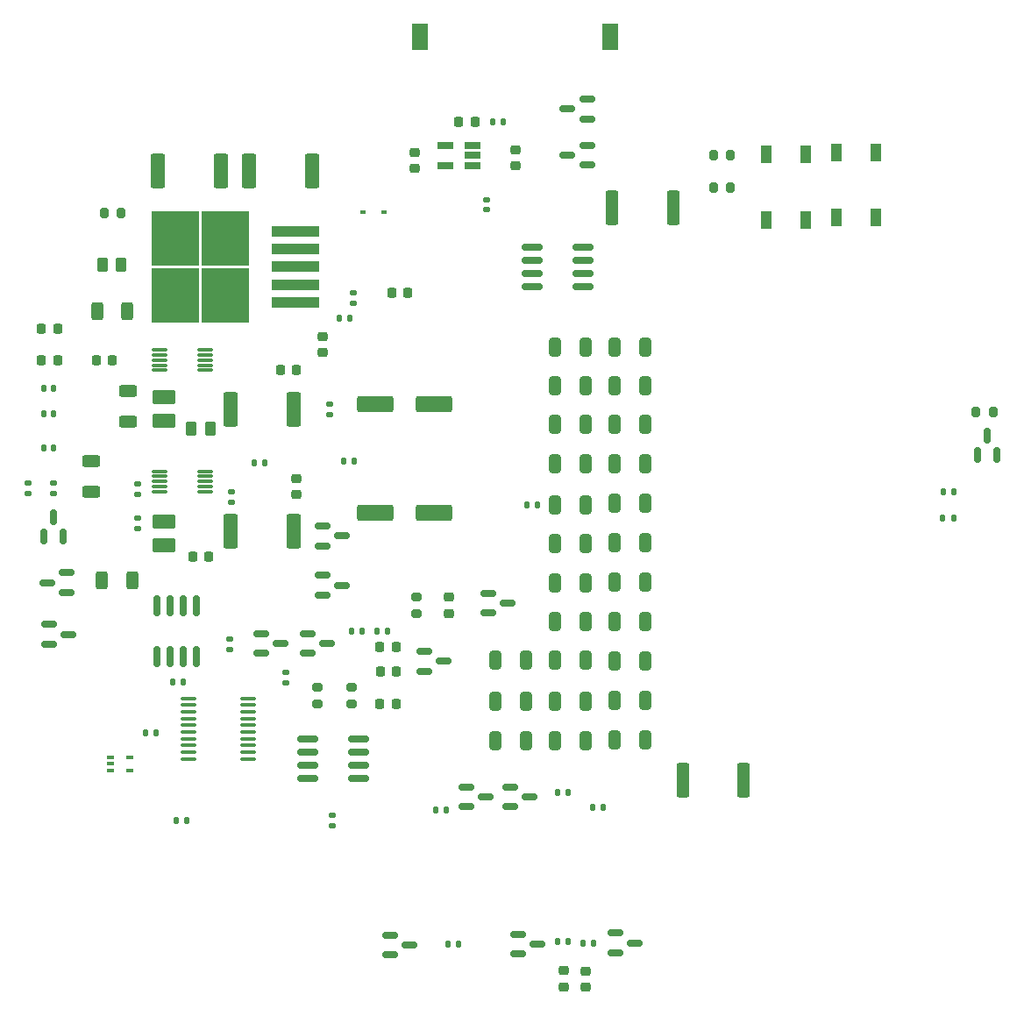
<source format=gbr>
%TF.GenerationSoftware,KiCad,Pcbnew,(6.0.7-1)-1*%
%TF.CreationDate,2022-09-29T15:21:57+02:00*%
%TF.ProjectId,Power_Management_Module,506f7765-725f-44d6-916e-6167656d656e,rev?*%
%TF.SameCoordinates,Original*%
%TF.FileFunction,Paste,Top*%
%TF.FilePolarity,Positive*%
%FSLAX46Y46*%
G04 Gerber Fmt 4.6, Leading zero omitted, Abs format (unit mm)*
G04 Created by KiCad (PCBNEW (6.0.7-1)-1) date 2022-09-29 15:21:57*
%MOMM*%
%LPD*%
G01*
G04 APERTURE LIST*
G04 Aperture macros list*
%AMRoundRect*
0 Rectangle with rounded corners*
0 $1 Rounding radius*
0 $2 $3 $4 $5 $6 $7 $8 $9 X,Y pos of 4 corners*
0 Add a 4 corners polygon primitive as box body*
4,1,4,$2,$3,$4,$5,$6,$7,$8,$9,$2,$3,0*
0 Add four circle primitives for the rounded corners*
1,1,$1+$1,$2,$3*
1,1,$1+$1,$4,$5*
1,1,$1+$1,$6,$7*
1,1,$1+$1,$8,$9*
0 Add four rect primitives between the rounded corners*
20,1,$1+$1,$2,$3,$4,$5,0*
20,1,$1+$1,$4,$5,$6,$7,0*
20,1,$1+$1,$6,$7,$8,$9,0*
20,1,$1+$1,$8,$9,$2,$3,0*%
G04 Aperture macros list end*
%ADD10RoundRect,0.250000X0.325000X0.650000X-0.325000X0.650000X-0.325000X-0.650000X0.325000X-0.650000X0*%
%ADD11RoundRect,0.250000X-0.262500X-0.450000X0.262500X-0.450000X0.262500X0.450000X-0.262500X0.450000X0*%
%ADD12RoundRect,0.135000X0.135000X0.185000X-0.135000X0.185000X-0.135000X-0.185000X0.135000X-0.185000X0*%
%ADD13RoundRect,0.250001X-0.849999X0.462499X-0.849999X-0.462499X0.849999X-0.462499X0.849999X0.462499X0*%
%ADD14RoundRect,0.225000X0.250000X-0.225000X0.250000X0.225000X-0.250000X0.225000X-0.250000X-0.225000X0*%
%ADD15RoundRect,0.225000X-0.225000X-0.250000X0.225000X-0.250000X0.225000X0.250000X-0.225000X0.250000X0*%
%ADD16RoundRect,0.135000X0.185000X-0.135000X0.185000X0.135000X-0.185000X0.135000X-0.185000X-0.135000X0*%
%ADD17RoundRect,0.135000X-0.135000X-0.185000X0.135000X-0.185000X0.135000X0.185000X-0.135000X0.185000X0*%
%ADD18R,1.500000X2.500000*%
%ADD19RoundRect,0.135000X-0.185000X0.135000X-0.185000X-0.135000X0.185000X-0.135000X0.185000X0.135000X0*%
%ADD20RoundRect,0.250000X-0.312500X-0.625000X0.312500X-0.625000X0.312500X0.625000X-0.312500X0.625000X0*%
%ADD21RoundRect,0.150000X-0.825000X-0.150000X0.825000X-0.150000X0.825000X0.150000X-0.825000X0.150000X0*%
%ADD22RoundRect,0.249999X-0.450001X-1.425001X0.450001X-1.425001X0.450001X1.425001X-0.450001X1.425001X0*%
%ADD23RoundRect,0.200000X-0.275000X0.200000X-0.275000X-0.200000X0.275000X-0.200000X0.275000X0.200000X0*%
%ADD24RoundRect,0.150000X-0.150000X0.825000X-0.150000X-0.825000X0.150000X-0.825000X0.150000X0.825000X0*%
%ADD25RoundRect,0.225000X0.225000X0.250000X-0.225000X0.250000X-0.225000X-0.250000X0.225000X-0.250000X0*%
%ADD26R,1.000000X1.700000*%
%ADD27R,1.560000X0.650000*%
%ADD28RoundRect,0.100000X0.637500X0.100000X-0.637500X0.100000X-0.637500X-0.100000X0.637500X-0.100000X0*%
%ADD29RoundRect,0.150000X0.150000X-0.587500X0.150000X0.587500X-0.150000X0.587500X-0.150000X-0.587500X0*%
%ADD30RoundRect,0.150000X-0.587500X-0.150000X0.587500X-0.150000X0.587500X0.150000X-0.587500X0.150000X0*%
%ADD31RoundRect,0.075000X-0.650000X-0.075000X0.650000X-0.075000X0.650000X0.075000X-0.650000X0.075000X0*%
%ADD32R,0.650000X0.400000*%
%ADD33RoundRect,0.218750X0.218750X0.256250X-0.218750X0.256250X-0.218750X-0.256250X0.218750X-0.256250X0*%
%ADD34RoundRect,0.250000X-1.500000X-0.550000X1.500000X-0.550000X1.500000X0.550000X-1.500000X0.550000X0*%
%ADD35RoundRect,0.200000X-0.200000X-0.275000X0.200000X-0.275000X0.200000X0.275000X-0.200000X0.275000X0*%
%ADD36RoundRect,0.250000X-0.362500X-1.425000X0.362500X-1.425000X0.362500X1.425000X-0.362500X1.425000X0*%
%ADD37RoundRect,0.200000X0.275000X-0.200000X0.275000X0.200000X-0.275000X0.200000X-0.275000X-0.200000X0*%
%ADD38RoundRect,0.150000X0.825000X0.150000X-0.825000X0.150000X-0.825000X-0.150000X0.825000X-0.150000X0*%
%ADD39R,0.600000X0.450000*%
%ADD40RoundRect,0.218750X0.256250X-0.218750X0.256250X0.218750X-0.256250X0.218750X-0.256250X-0.218750X0*%
%ADD41RoundRect,0.250000X-0.325000X-0.650000X0.325000X-0.650000X0.325000X0.650000X-0.325000X0.650000X0*%
%ADD42RoundRect,0.140000X-0.140000X-0.170000X0.140000X-0.170000X0.140000X0.170000X-0.140000X0.170000X0*%
%ADD43RoundRect,0.150000X0.587500X0.150000X-0.587500X0.150000X-0.587500X-0.150000X0.587500X-0.150000X0*%
%ADD44RoundRect,0.140000X0.170000X-0.140000X0.170000X0.140000X-0.170000X0.140000X-0.170000X-0.140000X0*%
%ADD45R,4.550000X5.250000*%
%ADD46R,4.600000X1.100000*%
%ADD47RoundRect,0.249999X0.450001X1.425001X-0.450001X1.425001X-0.450001X-1.425001X0.450001X-1.425001X0*%
%ADD48RoundRect,0.250000X0.625000X-0.312500X0.625000X0.312500X-0.625000X0.312500X-0.625000X-0.312500X0*%
%ADD49RoundRect,0.200000X0.200000X0.275000X-0.200000X0.275000X-0.200000X-0.275000X0.200000X-0.275000X0*%
G04 APERTURE END LIST*
D10*
%TO.C,C18*%
X160780000Y-112470000D03*
X157830000Y-112470000D03*
%TD*%
D11*
%TO.C,R46*%
X108362500Y-70350000D03*
X110187500Y-70350000D03*
%TD*%
D12*
%TO.C,R26*%
X124060000Y-89450000D03*
X123040000Y-89450000D03*
%TD*%
D10*
%TO.C,C26*%
X160775000Y-82050000D03*
X157825000Y-82050000D03*
%TD*%
D13*
%TO.C,L2*%
X114300000Y-83137500D03*
X114300000Y-85462500D03*
%TD*%
D14*
%TO.C,C3*%
X138550000Y-61075000D03*
X138550000Y-59525000D03*
%TD*%
D15*
%TO.C,C2*%
X136305000Y-73100000D03*
X137855000Y-73100000D03*
%TD*%
D10*
%TO.C,C34*%
X155025000Y-93550000D03*
X152075000Y-93550000D03*
%TD*%
D16*
%TO.C,R35*%
X111800000Y-92560000D03*
X111800000Y-91540000D03*
%TD*%
D12*
%TO.C,R15*%
X142720000Y-136000000D03*
X141700000Y-136000000D03*
%TD*%
D17*
%TO.C,R21*%
X152340000Y-135750000D03*
X153360000Y-135750000D03*
%TD*%
D18*
%TO.C,SW2*%
X139000000Y-48335000D03*
X157400000Y-48335000D03*
%TD*%
D16*
%TO.C,R33*%
X130300000Y-84810000D03*
X130300000Y-83790000D03*
%TD*%
D19*
%TO.C,R13*%
X120650000Y-106530000D03*
X120650000Y-107550000D03*
%TD*%
D10*
%TO.C,C27*%
X160775000Y-78300000D03*
X157825000Y-78300000D03*
%TD*%
D20*
%TO.C,R41*%
X107837500Y-74800000D03*
X110762500Y-74800000D03*
%TD*%
D21*
%TO.C,U1*%
X149845000Y-68655000D03*
X149845000Y-69925000D03*
X149845000Y-71195000D03*
X149845000Y-72465000D03*
X154795000Y-72465000D03*
X154795000Y-71195000D03*
X154795000Y-69925000D03*
X154795000Y-68655000D03*
%TD*%
D16*
%TO.C,R12*%
X126050000Y-110760000D03*
X126050000Y-109740000D03*
%TD*%
D15*
%TO.C,C44*%
X117075000Y-98550000D03*
X118625000Y-98550000D03*
%TD*%
D22*
%TO.C,R5*%
X113750000Y-61300000D03*
X119850000Y-61300000D03*
%TD*%
D23*
%TO.C,R8*%
X138650000Y-102425000D03*
X138650000Y-104075000D03*
%TD*%
D24*
%TO.C,U6*%
X117455000Y-103275000D03*
X116185000Y-103275000D03*
X114915000Y-103275000D03*
X113645000Y-103275000D03*
X113645000Y-108225000D03*
X114915000Y-108225000D03*
X116185000Y-108225000D03*
X117455000Y-108225000D03*
%TD*%
D25*
%TO.C,C8*%
X136750000Y-109650000D03*
X135200000Y-109650000D03*
%TD*%
D26*
%TO.C,SW3*%
X179250000Y-65800000D03*
X179250000Y-59500000D03*
X183050000Y-59500000D03*
X183050000Y-65800000D03*
%TD*%
D10*
%TO.C,C36*%
X155025000Y-85800000D03*
X152075000Y-85800000D03*
%TD*%
D15*
%TO.C,C10*%
X102475000Y-76550000D03*
X104025000Y-76550000D03*
%TD*%
D27*
%TO.C,U3*%
X144150000Y-60750000D03*
X144150000Y-59800000D03*
X144150000Y-58850000D03*
X141450000Y-58850000D03*
X141450000Y-60750000D03*
%TD*%
D28*
%TO.C,U5*%
X122412500Y-118075000D03*
X122412500Y-117425000D03*
X122412500Y-116775000D03*
X122412500Y-116125000D03*
X122412500Y-115475000D03*
X122412500Y-114825000D03*
X122412500Y-114175000D03*
X122412500Y-113525000D03*
X122412500Y-112875000D03*
X122412500Y-112225000D03*
X116687500Y-112225000D03*
X116687500Y-112875000D03*
X116687500Y-113525000D03*
X116687500Y-114175000D03*
X116687500Y-114825000D03*
X116687500Y-115475000D03*
X116687500Y-116125000D03*
X116687500Y-116775000D03*
X116687500Y-117425000D03*
X116687500Y-118075000D03*
%TD*%
D17*
%TO.C,R28*%
X112530000Y-115550000D03*
X113550000Y-115550000D03*
%TD*%
D29*
%TO.C,Q13*%
X102700000Y-96587500D03*
X104600000Y-96587500D03*
X103650000Y-94712500D03*
%TD*%
D13*
%TO.C,L1*%
X114300000Y-95137500D03*
X114300000Y-97462500D03*
%TD*%
D17*
%TO.C,R27*%
X152340000Y-121350000D03*
X153360000Y-121350000D03*
%TD*%
D10*
%TO.C,C35*%
X155025000Y-89550000D03*
X152075000Y-89550000D03*
%TD*%
D30*
%TO.C,Q5*%
X128212500Y-106000000D03*
X128212500Y-107900000D03*
X130087500Y-106950000D03*
%TD*%
D14*
%TO.C,C45*%
X129650000Y-78825000D03*
X129650000Y-77275000D03*
%TD*%
D10*
%TO.C,C32*%
X155025000Y-101050000D03*
X152075000Y-101050000D03*
%TD*%
D12*
%TO.C,R36*%
X132250000Y-75550000D03*
X131230000Y-75550000D03*
%TD*%
D31*
%TO.C,U8*%
X113850000Y-90300000D03*
X113850000Y-90800000D03*
X113850000Y-91300000D03*
X113850000Y-91800000D03*
X113850000Y-92300000D03*
X118250000Y-92300000D03*
X118250000Y-91800000D03*
X118250000Y-91300000D03*
X118250000Y-90800000D03*
X118250000Y-90300000D03*
%TD*%
D10*
%TO.C,C20*%
X160780000Y-104850000D03*
X157830000Y-104850000D03*
%TD*%
D17*
%TO.C,R7*%
X146040000Y-56550000D03*
X147060000Y-56550000D03*
%TD*%
D10*
%TO.C,C21*%
X160780000Y-101040000D03*
X157830000Y-101040000D03*
%TD*%
D32*
%TO.C,U7*%
X109100000Y-117900000D03*
X109100000Y-118550000D03*
X109100000Y-119200000D03*
X111000000Y-119200000D03*
X111000000Y-117900000D03*
%TD*%
D29*
%TO.C,Q8*%
X192850000Y-88737500D03*
X194750000Y-88737500D03*
X193800000Y-86862500D03*
%TD*%
D10*
%TO.C,C23*%
X160780000Y-93420000D03*
X157830000Y-93420000D03*
%TD*%
D33*
%TO.C,D2*%
X136750000Y-112750000D03*
X135175000Y-112750000D03*
%TD*%
D25*
%TO.C,C7*%
X136725000Y-107250000D03*
X135175000Y-107250000D03*
%TD*%
D10*
%TO.C,C16*%
X160780000Y-116280000D03*
X157830000Y-116280000D03*
%TD*%
D34*
%TO.C,C47*%
X134750000Y-83800000D03*
X140350000Y-83800000D03*
%TD*%
D35*
%TO.C,R17*%
X192725000Y-84550000D03*
X194375000Y-84550000D03*
%TD*%
D36*
%TO.C,R3*%
X157612500Y-64845000D03*
X163537500Y-64845000D03*
%TD*%
D17*
%TO.C,R18*%
X189540000Y-92300000D03*
X190560000Y-92300000D03*
%TD*%
%TO.C,R24*%
X115530000Y-124050000D03*
X116550000Y-124050000D03*
%TD*%
D37*
%TO.C,R11*%
X129150000Y-112800000D03*
X129150000Y-111150000D03*
%TD*%
D22*
%TO.C,R6*%
X122500000Y-61300000D03*
X128600000Y-61300000D03*
%TD*%
D38*
%TO.C,U4*%
X133125000Y-119955000D03*
X133125000Y-118685000D03*
X133125000Y-117415000D03*
X133125000Y-116145000D03*
X128175000Y-116145000D03*
X128175000Y-117415000D03*
X128175000Y-118685000D03*
X128175000Y-119955000D03*
%TD*%
D12*
%TO.C,R29*%
X116160000Y-110650000D03*
X115140000Y-110650000D03*
%TD*%
D39*
%TO.C,D1*%
X133500000Y-65300000D03*
X135600000Y-65300000D03*
%TD*%
D40*
%TO.C,D3*%
X155050000Y-140137500D03*
X155050000Y-138562500D03*
%TD*%
D15*
%TO.C,C42*%
X107775000Y-79550000D03*
X109325000Y-79550000D03*
%TD*%
D17*
%TO.C,R19*%
X189530000Y-94800000D03*
X190550000Y-94800000D03*
%TD*%
D10*
%TO.C,C31*%
X155025000Y-104800000D03*
X152075000Y-104800000D03*
%TD*%
D17*
%TO.C,R43*%
X132430000Y-105750000D03*
X133450000Y-105750000D03*
%TD*%
D30*
%TO.C,Q9*%
X157912500Y-134900000D03*
X157912500Y-136800000D03*
X159787500Y-135850000D03*
%TD*%
%TO.C,Q7*%
X136112500Y-135100000D03*
X136112500Y-137000000D03*
X137987500Y-136050000D03*
%TD*%
D41*
%TO.C,C17*%
X146325000Y-108550000D03*
X149275000Y-108550000D03*
%TD*%
D15*
%TO.C,C43*%
X125525000Y-80550000D03*
X127075000Y-80550000D03*
%TD*%
D10*
%TO.C,C37*%
X155025000Y-82050000D03*
X152075000Y-82050000D03*
%TD*%
D42*
%TO.C,C12*%
X102690000Y-82250000D03*
X103650000Y-82250000D03*
%TD*%
D15*
%TO.C,C5*%
X142775000Y-56550000D03*
X144325000Y-56550000D03*
%TD*%
D43*
%TO.C,Q11*%
X104887500Y-102000000D03*
X104887500Y-100100000D03*
X103012500Y-101050000D03*
%TD*%
D16*
%TO.C,R22*%
X101150000Y-92470000D03*
X101150000Y-91450000D03*
%TD*%
D11*
%TO.C,R37*%
X116937500Y-86150000D03*
X118762500Y-86150000D03*
%TD*%
D17*
%TO.C,R42*%
X131640000Y-89350000D03*
X132660000Y-89350000D03*
%TD*%
D12*
%TO.C,R20*%
X155760000Y-135850000D03*
X154740000Y-135850000D03*
%TD*%
D40*
%TO.C,D4*%
X152950000Y-140125000D03*
X152950000Y-138550000D03*
%TD*%
D30*
%TO.C,Q14*%
X143512500Y-120800000D03*
X143512500Y-122700000D03*
X145387500Y-121750000D03*
%TD*%
%TO.C,Q4*%
X139412500Y-107700000D03*
X139412500Y-109600000D03*
X141287500Y-108650000D03*
%TD*%
D15*
%TO.C,C11*%
X102475000Y-79550000D03*
X104025000Y-79550000D03*
%TD*%
D30*
%TO.C,Q16*%
X147712500Y-120800000D03*
X147712500Y-122700000D03*
X149587500Y-121750000D03*
%TD*%
D35*
%TO.C,R2*%
X167370000Y-62940000D03*
X169020000Y-62940000D03*
%TD*%
D44*
%TO.C,C1*%
X145450000Y-65010000D03*
X145450000Y-64050000D03*
%TD*%
D42*
%TO.C,C13*%
X102690000Y-84750000D03*
X103650000Y-84750000D03*
%TD*%
D10*
%TO.C,C22*%
X160780000Y-97230000D03*
X157830000Y-97230000D03*
%TD*%
D37*
%TO.C,R10*%
X132450000Y-112800000D03*
X132450000Y-111150000D03*
%TD*%
D12*
%TO.C,R44*%
X156760000Y-122750000D03*
X155740000Y-122750000D03*
%TD*%
D10*
%TO.C,C30*%
X155025000Y-108550000D03*
X152075000Y-108550000D03*
%TD*%
D16*
%TO.C,R34*%
X111800000Y-95810000D03*
X111800000Y-94790000D03*
%TD*%
D10*
%TO.C,C24*%
X160780000Y-89610000D03*
X157830000Y-89610000D03*
%TD*%
%TO.C,C25*%
X160775000Y-85800000D03*
X157825000Y-85800000D03*
%TD*%
D14*
%TO.C,C48*%
X127050000Y-92550000D03*
X127050000Y-91000000D03*
%TD*%
D19*
%TO.C,R4*%
X132635000Y-73100000D03*
X132635000Y-74120000D03*
%TD*%
D36*
%TO.C,R14*%
X164387500Y-120150000D03*
X170312500Y-120150000D03*
%TD*%
D10*
%TO.C,C29*%
X155025000Y-112550000D03*
X152075000Y-112550000D03*
%TD*%
D35*
%TO.C,R1*%
X167370000Y-59765000D03*
X169020000Y-59765000D03*
%TD*%
D45*
%TO.C,U2*%
X120255000Y-67785000D03*
X120255000Y-73335000D03*
X115405000Y-67785000D03*
X115405000Y-73335000D03*
D46*
X126980000Y-73960000D03*
X126980000Y-72260000D03*
X126980000Y-70560000D03*
X126980000Y-68860000D03*
X126980000Y-67160000D03*
%TD*%
D10*
%TO.C,C19*%
X160780000Y-108660000D03*
X157830000Y-108660000D03*
%TD*%
D30*
%TO.C,Q10*%
X148512500Y-135000000D03*
X148512500Y-136900000D03*
X150387500Y-135950000D03*
%TD*%
D47*
%TO.C,R30*%
X126850000Y-96050000D03*
X120750000Y-96050000D03*
%TD*%
D10*
%TO.C,C38*%
X155025000Y-78300000D03*
X152075000Y-78300000D03*
%TD*%
D20*
%TO.C,R38*%
X108337500Y-100800000D03*
X111262500Y-100800000D03*
%TD*%
D10*
%TO.C,C28*%
X155025000Y-116300000D03*
X152075000Y-116300000D03*
%TD*%
D30*
%TO.C,Q3*%
X145612500Y-102100000D03*
X145612500Y-104000000D03*
X147487500Y-103050000D03*
%TD*%
D16*
%TO.C,R23*%
X103650000Y-92470000D03*
X103650000Y-91450000D03*
%TD*%
D14*
%TO.C,C6*%
X141850000Y-104025000D03*
X141850000Y-102475000D03*
%TD*%
D42*
%TO.C,C9*%
X102690000Y-88050000D03*
X103650000Y-88050000D03*
%TD*%
D19*
%TO.C,R16*%
X130550000Y-123530000D03*
X130550000Y-124550000D03*
%TD*%
D30*
%TO.C,Q15*%
X129612500Y-95600000D03*
X129612500Y-97500000D03*
X131487500Y-96550000D03*
%TD*%
D42*
%TO.C,C41*%
X149390000Y-93550000D03*
X150350000Y-93550000D03*
%TD*%
D30*
%TO.C,Q6*%
X123712500Y-106000000D03*
X123712500Y-107900000D03*
X125587500Y-106950000D03*
%TD*%
D16*
%TO.C,R31*%
X120800000Y-93310000D03*
X120800000Y-92290000D03*
%TD*%
D47*
%TO.C,R32*%
X126850000Y-84300000D03*
X120750000Y-84300000D03*
%TD*%
D12*
%TO.C,R25*%
X141560000Y-123050000D03*
X140540000Y-123050000D03*
%TD*%
D30*
%TO.C,Q17*%
X129612500Y-100350000D03*
X129612500Y-102250000D03*
X131487500Y-101300000D03*
%TD*%
D34*
%TO.C,C46*%
X134750000Y-94300000D03*
X140350000Y-94300000D03*
%TD*%
D10*
%TO.C,C40*%
X149275000Y-112550000D03*
X146325000Y-112550000D03*
%TD*%
D26*
%TO.C,SW4*%
X172450000Y-59700000D03*
X172450000Y-66000000D03*
X176250000Y-66000000D03*
X176250000Y-59700000D03*
%TD*%
D10*
%TO.C,C39*%
X149275000Y-116300000D03*
X146325000Y-116300000D03*
%TD*%
D43*
%TO.C,Q2*%
X155162500Y-60715000D03*
X155162500Y-58815000D03*
X153287500Y-59765000D03*
%TD*%
D48*
%TO.C,R39*%
X110800000Y-85512500D03*
X110800000Y-82587500D03*
%TD*%
D49*
%TO.C,R45*%
X110175000Y-65350000D03*
X108525000Y-65350000D03*
%TD*%
D30*
%TO.C,Q12*%
X103212500Y-105100000D03*
X103212500Y-107000000D03*
X105087500Y-106050000D03*
%TD*%
D10*
%TO.C,C33*%
X155025000Y-97300000D03*
X152075000Y-97300000D03*
%TD*%
D17*
%TO.C,R9*%
X134850000Y-105750000D03*
X135870000Y-105750000D03*
%TD*%
D14*
%TO.C,C4*%
X148300000Y-60825000D03*
X148300000Y-59275000D03*
%TD*%
D31*
%TO.C,U9*%
X113850000Y-78550000D03*
X113850000Y-79050000D03*
X113850000Y-79550000D03*
X113850000Y-80050000D03*
X113850000Y-80550000D03*
X118250000Y-80550000D03*
X118250000Y-80050000D03*
X118250000Y-79550000D03*
X118250000Y-79050000D03*
X118250000Y-78550000D03*
%TD*%
D48*
%TO.C,R40*%
X107300000Y-92262500D03*
X107300000Y-89337500D03*
%TD*%
D43*
%TO.C,Q1*%
X155162500Y-56270000D03*
X155162500Y-54370000D03*
X153287500Y-55320000D03*
%TD*%
M02*

</source>
